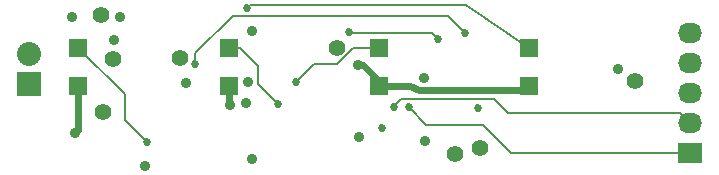
<source format=gbl>
G04 #@! TF.FileFunction,Copper,L4,Bot,Signal*
%FSLAX46Y46*%
G04 Gerber Fmt 4.6, Leading zero omitted, Abs format (unit mm)*
G04 Created by KiCad (PCBNEW (2015-01-29 BZR 5396)-product) date 5/25/2015 5:42:28 PM*
%MOMM*%
G01*
G04 APERTURE LIST*
%ADD10C,0.100000*%
%ADD11R,1.500000X1.500000*%
%ADD12R,2.032000X2.032000*%
%ADD13O,2.032000X2.032000*%
%ADD14R,2.032000X1.727200*%
%ADD15O,2.032000X1.727200*%
%ADD16C,1.397000*%
%ADD17C,0.889000*%
%ADD18C,0.685800*%
%ADD19C,0.152400*%
%ADD20C,0.609600*%
G04 APERTURE END LIST*
D10*
D11*
X96340000Y-92340000D03*
X96340000Y-89140000D03*
X109080000Y-92340000D03*
X109080000Y-89140000D03*
X121760000Y-92340000D03*
X121760000Y-89140000D03*
X134450000Y-92340000D03*
X134450000Y-89140000D03*
D12*
X92160000Y-92160000D03*
D13*
X92160000Y-89620000D03*
D14*
X148090000Y-98030000D03*
D15*
X148090000Y-95490000D03*
X148090000Y-92950000D03*
X148090000Y-90410000D03*
X148090000Y-87870000D03*
D16*
X98430000Y-94590000D03*
X99280000Y-90080000D03*
X98260000Y-86330000D03*
X128180000Y-98080000D03*
X130340000Y-97590000D03*
X118190000Y-89170000D03*
X104950000Y-89960000D03*
X143480000Y-91900000D03*
D17*
X95800000Y-86530000D03*
X142000000Y-90910000D03*
X120130000Y-96680000D03*
X111030000Y-87700000D03*
X125580000Y-91700000D03*
X99850000Y-86520000D03*
X111010000Y-98570000D03*
X101990000Y-99100000D03*
X125640000Y-97050000D03*
X99350000Y-88440000D03*
D18*
X102100000Y-97070000D03*
X130200000Y-94240000D03*
X122000000Y-95920000D03*
X113240000Y-93930000D03*
X126800000Y-88410000D03*
X119240000Y-87780000D03*
X114720000Y-92010000D03*
X129050000Y-87870000D03*
X106240000Y-90540000D03*
X110610000Y-85730000D03*
D17*
X96050000Y-96380000D03*
X110560000Y-93770000D03*
X110670000Y-92050000D03*
X109130000Y-93960000D03*
X105470000Y-92150000D03*
X120000000Y-90600000D03*
D18*
X124320000Y-94180000D03*
X123030000Y-94110000D03*
D19*
X102100000Y-97070000D02*
X100240000Y-95210000D01*
X100240000Y-95210000D02*
X100240000Y-93040000D01*
X100240000Y-93040000D02*
X96340000Y-89140000D01*
X113240000Y-93930000D02*
X111510000Y-92200000D01*
X111510000Y-92200000D02*
X111510000Y-90640000D01*
X111510000Y-90640000D02*
X110010000Y-89140000D01*
X110010000Y-89140000D02*
X109080000Y-89140000D01*
X126270000Y-87880000D02*
X126800000Y-88410000D01*
X119340000Y-87880000D02*
X125110000Y-87880000D01*
X119240000Y-87780000D02*
X119340000Y-87880000D01*
X125110000Y-87880000D02*
X126270000Y-87880000D01*
X114720000Y-92010000D02*
X116260000Y-90470000D01*
X116260000Y-90470000D02*
X118210000Y-90470000D01*
X118210000Y-90470000D02*
X119540000Y-89140000D01*
X119540000Y-89140000D02*
X121760000Y-89140000D01*
X129050000Y-87870000D02*
X127590000Y-86410000D01*
X127590000Y-86410000D02*
X109380000Y-86410000D01*
X109380000Y-86410000D02*
X106240000Y-89550000D01*
X106240000Y-89550000D02*
X106240000Y-90540000D01*
X112020000Y-85490000D02*
X129170000Y-85490000D01*
X129170000Y-85490000D02*
X134450000Y-89140000D01*
X112020000Y-85490000D02*
X111130000Y-85490000D01*
X110850000Y-85490000D02*
X110610000Y-85730000D01*
X111130000Y-85490000D02*
X110850000Y-85490000D01*
D20*
X96340000Y-96090000D02*
X96340000Y-92340000D01*
X96050000Y-96380000D02*
X96340000Y-96090000D01*
X109130000Y-93960000D02*
X109080000Y-93910000D01*
X109080000Y-93910000D02*
X109080000Y-92340000D01*
X120400000Y-90600000D02*
X120000000Y-90600000D01*
X121760000Y-91960000D02*
X120400000Y-90600000D01*
X121760000Y-92340000D02*
X121760000Y-91960000D01*
X133800000Y-92720000D02*
X134450000Y-92340000D01*
X124380000Y-92340000D02*
X125130000Y-92720000D01*
X125130000Y-92720000D02*
X133800000Y-92720000D01*
X121760000Y-92340000D02*
X124380000Y-92340000D01*
D19*
X132990000Y-98030000D02*
X130600000Y-95640000D01*
X130600000Y-95640000D02*
X125780000Y-95640000D01*
X125780000Y-95640000D02*
X124320000Y-94180000D01*
X148090000Y-98030000D02*
X132990000Y-98030000D01*
X123030000Y-94090000D02*
X123660000Y-93460000D01*
X123660000Y-93460000D02*
X131480000Y-93460000D01*
X131480000Y-93460000D02*
X132680000Y-94660000D01*
X132680000Y-94660000D02*
X147260000Y-94660000D01*
X147260000Y-94660000D02*
X148090000Y-95490000D01*
X123030000Y-94110000D02*
X123030000Y-94090000D01*
M02*

</source>
